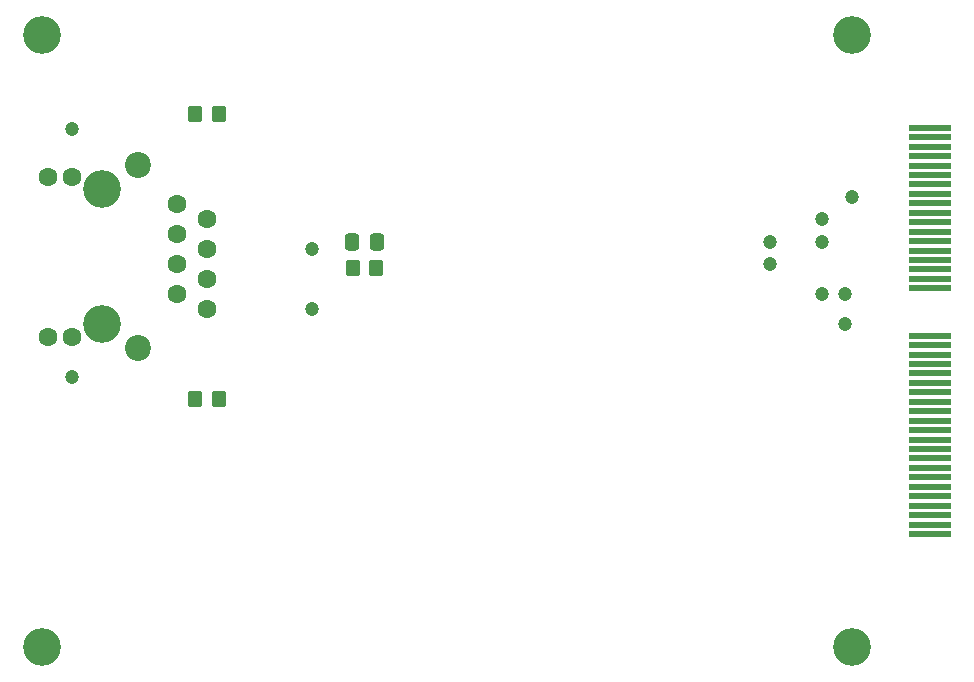
<source format=gbr>
%TF.GenerationSoftware,KiCad,Pcbnew,7.0.2*%
%TF.CreationDate,2024-05-18T17:34:20+02:00*%
%TF.ProjectId,dsoxlan,64736f78-6c61-46e2-9e6b-696361645f70,rev?*%
%TF.SameCoordinates,Original*%
%TF.FileFunction,Soldermask,Top*%
%TF.FilePolarity,Negative*%
%FSLAX46Y46*%
G04 Gerber Fmt 4.6, Leading zero omitted, Abs format (unit mm)*
G04 Created by KiCad (PCBNEW 7.0.2) date 2024-05-18 17:34:20*
%MOMM*%
%LPD*%
G01*
G04 APERTURE LIST*
G04 Aperture macros list*
%AMRoundRect*
0 Rectangle with rounded corners*
0 $1 Rounding radius*
0 $2 $3 $4 $5 $6 $7 $8 $9 X,Y pos of 4 corners*
0 Add a 4 corners polygon primitive as box body*
4,1,4,$2,$3,$4,$5,$6,$7,$8,$9,$2,$3,0*
0 Add four circle primitives for the rounded corners*
1,1,$1+$1,$2,$3*
1,1,$1+$1,$4,$5*
1,1,$1+$1,$6,$7*
1,1,$1+$1,$8,$9*
0 Add four rect primitives between the rounded corners*
20,1,$1+$1,$2,$3,$4,$5,0*
20,1,$1+$1,$4,$5,$6,$7,0*
20,1,$1+$1,$6,$7,$8,$9,0*
20,1,$1+$1,$8,$9,$2,$3,0*%
G04 Aperture macros list end*
%ADD10C,3.200000*%
%ADD11C,1.600000*%
%ADD12C,2.200000*%
%ADD13R,3.600000X0.550000*%
%ADD14RoundRect,0.250000X0.337500X0.475000X-0.337500X0.475000X-0.337500X-0.475000X0.337500X-0.475000X0*%
%ADD15RoundRect,0.250000X0.350000X0.450000X-0.350000X0.450000X-0.350000X-0.450000X0.350000X-0.450000X0*%
%ADD16C,1.200000*%
G04 APERTURE END LIST*
D10*
%TO.C,P1*%
X120650000Y-75565000D03*
X120650000Y-86995000D03*
D11*
X127000000Y-76835000D03*
X129540000Y-78105000D03*
X127000000Y-79375000D03*
X129540000Y-80645000D03*
X127000000Y-81915000D03*
X129540000Y-83185000D03*
X127000000Y-84455000D03*
X129540000Y-85725000D03*
D12*
X123698000Y-73533000D03*
X123698000Y-89027000D03*
D11*
X118110000Y-74498200D03*
X116078000Y-74498200D03*
X118110000Y-88061800D03*
X116078000Y-88061800D03*
%TD*%
D13*
%TO.C,P2*%
X190754000Y-104750000D03*
X190754000Y-103950000D03*
X190754000Y-103150000D03*
X190754000Y-102350000D03*
X190754000Y-101550000D03*
X190754000Y-100750000D03*
X190754000Y-99950000D03*
X190754000Y-99150000D03*
X190754000Y-98350000D03*
X190754000Y-97550000D03*
X190754000Y-96750000D03*
X190754000Y-95950000D03*
X190754000Y-95150000D03*
X190754000Y-94350000D03*
X190754000Y-93550000D03*
X190754000Y-92750000D03*
X190754000Y-91950000D03*
X190754000Y-91150000D03*
X190754000Y-90350000D03*
X190754000Y-89550000D03*
X190754000Y-88750000D03*
X190754000Y-87950000D03*
X190754000Y-83950000D03*
X190754000Y-83150000D03*
X190754000Y-82350000D03*
X190754000Y-81550000D03*
X190754000Y-80750000D03*
X190754000Y-79950000D03*
X190754000Y-79150000D03*
X190754000Y-78350000D03*
X190754000Y-77550000D03*
X190754000Y-76750000D03*
X190754000Y-75950000D03*
X190754000Y-75150000D03*
X190754000Y-74350000D03*
X190754000Y-73550000D03*
X190754000Y-72750000D03*
X190754000Y-71950000D03*
X190754000Y-71150000D03*
X190754000Y-70350000D03*
%TD*%
D10*
%TO.C,H104*%
X184150000Y-114300000D03*
%TD*%
%TO.C,H103*%
X184150000Y-62484000D03*
%TD*%
%TO.C,H102*%
X115570000Y-114300000D03*
%TD*%
%TO.C,H101*%
X115570000Y-62484000D03*
%TD*%
D14*
%TO.C,C2*%
X143912500Y-80010000D03*
X141837500Y-80010000D03*
%TD*%
D15*
%TO.C,R1*%
X130540000Y-69215000D03*
X128540000Y-69215000D03*
%TD*%
%TO.C,R2*%
X130540000Y-93345000D03*
X128540000Y-93345000D03*
%TD*%
%TO.C,R3*%
X143875000Y-82200000D03*
X141875000Y-82200000D03*
%TD*%
D16*
X138430000Y-85725000D03*
X177165000Y-80010000D03*
X138430000Y-80645000D03*
X183515000Y-86995000D03*
X183515000Y-84455000D03*
X181610000Y-84455000D03*
X181610000Y-80010000D03*
X181610000Y-78105000D03*
X184150000Y-76200000D03*
X118110000Y-70485000D03*
X118110000Y-91440000D03*
X177165000Y-81915000D03*
M02*

</source>
